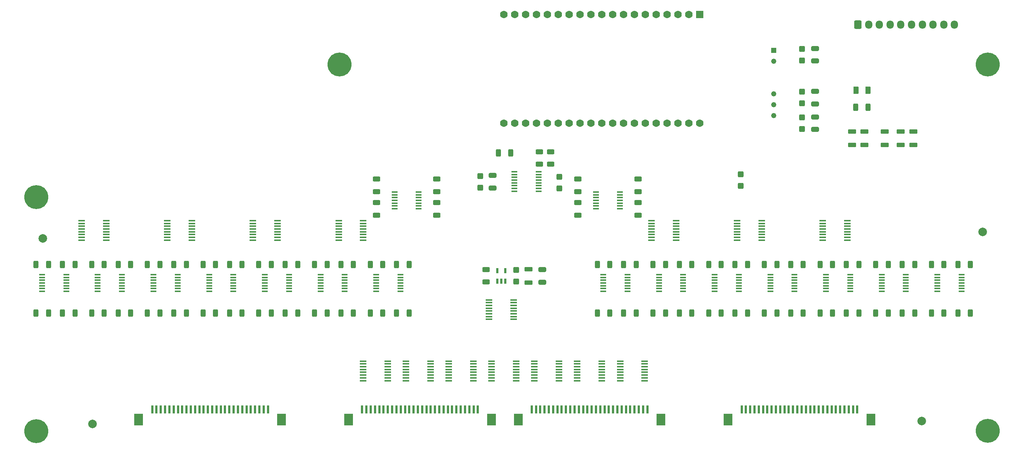
<source format=gbr>
%TF.GenerationSoftware,KiCad,Pcbnew,7.0.2*%
%TF.CreationDate,2023-11-16T12:36:53+05:30*%
%TF.ProjectId,OHM3000_V1.1_ESP,4f484d33-3030-4305-9f56-312e315f4553,rev?*%
%TF.SameCoordinates,Original*%
%TF.FileFunction,Soldermask,Top*%
%TF.FilePolarity,Negative*%
%FSLAX46Y46*%
G04 Gerber Fmt 4.6, Leading zero omitted, Abs format (unit mm)*
G04 Created by KiCad (PCBNEW 7.0.2) date 2023-11-16 12:36:53*
%MOMM*%
%LPD*%
G01*
G04 APERTURE LIST*
G04 Aperture macros list*
%AMRoundRect*
0 Rectangle with rounded corners*
0 $1 Rounding radius*
0 $2 $3 $4 $5 $6 $7 $8 $9 X,Y pos of 4 corners*
0 Add a 4 corners polygon primitive as box body*
4,1,4,$2,$3,$4,$5,$6,$7,$8,$9,$2,$3,0*
0 Add four circle primitives for the rounded corners*
1,1,$1+$1,$2,$3*
1,1,$1+$1,$4,$5*
1,1,$1+$1,$6,$7*
1,1,$1+$1,$8,$9*
0 Add four rect primitives between the rounded corners*
20,1,$1+$1,$2,$3,$4,$5,0*
20,1,$1+$1,$4,$5,$6,$7,0*
20,1,$1+$1,$6,$7,$8,$9,0*
20,1,$1+$1,$8,$9,$2,$3,0*%
G04 Aperture macros list end*
%ADD10RoundRect,0.249999X-0.425001X0.450001X-0.425001X-0.450001X0.425001X-0.450001X0.425001X0.450001X0*%
%ADD11RoundRect,0.250000X-0.600000X-0.725000X0.600000X-0.725000X0.600000X0.725000X-0.600000X0.725000X0*%
%ADD12O,1.700000X1.950000*%
%ADD13R,0.600000X1.900000*%
%ADD14R,2.100000X2.800000*%
%ADD15RoundRect,0.249999X-0.700001X0.275001X-0.700001X-0.275001X0.700001X-0.275001X0.700001X0.275001X0*%
%ADD16R,1.570000X0.410000*%
%ADD17R,0.590000X1.210000*%
%ADD18R,1.473200X0.355600*%
%ADD19RoundRect,0.249999X-0.650001X0.325001X-0.650001X-0.325001X0.650001X-0.325001X0.650001X0.325001X0*%
%ADD20RoundRect,0.249998X0.625002X-0.312502X0.625002X0.312502X-0.625002X0.312502X-0.625002X-0.312502X0*%
%ADD21RoundRect,0.249998X-0.312502X-0.625002X0.312502X-0.625002X0.312502X0.625002X-0.312502X0.625002X0*%
%ADD22RoundRect,0.249998X0.312502X0.625002X-0.312502X0.625002X-0.312502X-0.625002X0.312502X-0.625002X0*%
%ADD23R,1.411199X0.364800*%
%ADD24RoundRect,0.249999X0.700001X-0.275001X0.700001X0.275001X-0.700001X0.275001X-0.700001X-0.275001X0*%
%ADD25R,1.230000X1.230000*%
%ADD26C,1.230000*%
%ADD27RoundRect,0.249999X0.650001X-0.325001X0.650001X0.325001X-0.650001X0.325001X-0.650001X-0.325001X0*%
%ADD28RoundRect,0.249999X0.425001X-0.450001X0.425001X0.450001X-0.425001X0.450001X-0.425001X-0.450001X0*%
%ADD29RoundRect,0.250000X-0.375000X-0.625000X0.375000X-0.625000X0.375000X0.625000X-0.375000X0.625000X0*%
%ADD30C,5.600000*%
%ADD31C,2.000000*%
%ADD32RoundRect,0.250000X0.700000X-0.275000X0.700000X0.275000X-0.700000X0.275000X-0.700000X-0.275000X0*%
%ADD33RoundRect,0.102000X-0.780000X0.780000X-0.780000X-0.780000X0.780000X-0.780000X0.780000X0.780000X0*%
%ADD34C,1.764000*%
G04 APERTURE END LIST*
D10*
%TO.C,CT5*%
X71475000Y36825000D03*
X71475000Y34125000D03*
%TD*%
%TO.C,CT6*%
X63075000Y58775000D03*
X63075000Y56075000D03*
%TD*%
D11*
%TO.C,J6*%
X151235000Y94140000D03*
D12*
X153735000Y94140000D03*
X156235000Y94140000D03*
X158735000Y94140000D03*
X161235000Y94140000D03*
X163735000Y94140000D03*
X166235000Y94140000D03*
X168735000Y94140000D03*
X171235000Y94140000D03*
X173735000Y94140000D03*
%TD*%
D13*
%TO.C,J1*%
X124076000Y4225000D03*
X125076000Y4225000D03*
X126076000Y4225000D03*
X127076000Y4225000D03*
X128076000Y4225000D03*
X129076000Y4225000D03*
X130076000Y4225000D03*
X131076000Y4225000D03*
X132076000Y4225000D03*
X133076000Y4225000D03*
X134076000Y4225000D03*
X135076000Y4225000D03*
X136076000Y4225000D03*
X137076000Y4225000D03*
X138076000Y4225000D03*
X139076000Y4225000D03*
X140076000Y4225000D03*
X141076000Y4225000D03*
X142076000Y4225000D03*
X143076000Y4225000D03*
X144076000Y4225000D03*
X145076000Y4225000D03*
X146076000Y4225000D03*
X147076000Y4225000D03*
X148076000Y4225000D03*
X149076000Y4225000D03*
X150076000Y4225000D03*
X151076000Y4225000D03*
D14*
X154226000Y1875000D03*
X120926000Y1875000D03*
%TD*%
D13*
%TO.C,J2*%
X35501000Y4225000D03*
X36501000Y4225000D03*
X37501000Y4225000D03*
X38501000Y4225000D03*
X39501000Y4225000D03*
X40501000Y4225000D03*
X41501000Y4225000D03*
X42501000Y4225000D03*
X43501000Y4225000D03*
X44501000Y4225000D03*
X45501000Y4225000D03*
X46501000Y4225000D03*
X47501000Y4225000D03*
X48501000Y4225000D03*
X49501000Y4225000D03*
X50501000Y4225000D03*
X51501000Y4225000D03*
X52501000Y4225000D03*
X53501000Y4225000D03*
X54501000Y4225000D03*
X55501000Y4225000D03*
X56501000Y4225000D03*
X57501000Y4225000D03*
X58501000Y4225000D03*
X59501000Y4225000D03*
X60501000Y4225000D03*
X61501000Y4225000D03*
X62501000Y4225000D03*
D14*
X65651000Y1875000D03*
X32351000Y1875000D03*
%TD*%
D13*
%TO.C,J3*%
X75074000Y4225000D03*
X76074000Y4225000D03*
X77074000Y4225000D03*
X78074000Y4225000D03*
X79074000Y4225000D03*
X80074000Y4225000D03*
X81074000Y4225000D03*
X82074000Y4225000D03*
X83074000Y4225000D03*
X84074000Y4225000D03*
X85074000Y4225000D03*
X86074000Y4225000D03*
X87074000Y4225000D03*
X88074000Y4225000D03*
X89074000Y4225000D03*
X90074000Y4225000D03*
X91074000Y4225000D03*
X92074000Y4225000D03*
X93074000Y4225000D03*
X94074000Y4225000D03*
X95074000Y4225000D03*
X96074000Y4225000D03*
X97074000Y4225000D03*
X98074000Y4225000D03*
X99074000Y4225000D03*
X100074000Y4225000D03*
X101074000Y4225000D03*
X102074000Y4225000D03*
D14*
X105224000Y1875000D03*
X71924000Y1875000D03*
%TD*%
D13*
%TO.C,J4*%
X-13500000Y4225000D03*
X-12500000Y4225000D03*
X-11500000Y4225000D03*
X-10500000Y4225000D03*
X-9500000Y4225000D03*
X-8500000Y4225000D03*
X-7500000Y4225000D03*
X-6500000Y4225000D03*
X-5500000Y4225000D03*
X-4500000Y4225000D03*
X-3500000Y4225000D03*
X-2500000Y4225000D03*
X-1500000Y4225000D03*
X-500000Y4225000D03*
X500000Y4225000D03*
X1500000Y4225000D03*
X2500000Y4225000D03*
X3500000Y4225000D03*
X4500000Y4225000D03*
X5500000Y4225000D03*
X6500000Y4225000D03*
X7500000Y4225000D03*
X8500000Y4225000D03*
X9500000Y4225000D03*
X10500000Y4225000D03*
X11500000Y4225000D03*
X12500000Y4225000D03*
X13500000Y4225000D03*
D14*
X16650000Y1875000D03*
X-16650000Y1875000D03*
%TD*%
D15*
%TO.C,L6*%
X74300000Y37025000D03*
X74300000Y33875000D03*
%TD*%
D16*
%TO.C,U15*%
X41447600Y10979000D03*
X41447600Y11629000D03*
X41447600Y12279000D03*
X41447600Y12929000D03*
X41447600Y13579000D03*
X41447600Y14229000D03*
X41447600Y14879000D03*
X41447600Y15529000D03*
X35707600Y15529000D03*
X35707600Y14879000D03*
X35707600Y14229000D03*
X35707600Y13579000D03*
X35707600Y12929000D03*
X35707600Y12279000D03*
X35707600Y11629000D03*
X35707600Y10979000D03*
%TD*%
%TO.C,U16*%
X51447600Y10979000D03*
X51447600Y11629000D03*
X51447600Y12279000D03*
X51447600Y12929000D03*
X51447600Y13579000D03*
X51447600Y14229000D03*
X51447600Y14879000D03*
X51447600Y15529000D03*
X45707600Y15529000D03*
X45707600Y14879000D03*
X45707600Y14229000D03*
X45707600Y13579000D03*
X45707600Y12929000D03*
X45707600Y12279000D03*
X45707600Y11629000D03*
X45707600Y10979000D03*
%TD*%
%TO.C,U17*%
X61447600Y10979000D03*
X61447600Y11629000D03*
X61447600Y12279000D03*
X61447600Y12929000D03*
X61447600Y13579000D03*
X61447600Y14229000D03*
X61447600Y14879000D03*
X61447600Y15529000D03*
X55707600Y15529000D03*
X55707600Y14879000D03*
X55707600Y14229000D03*
X55707600Y13579000D03*
X55707600Y12929000D03*
X55707600Y12279000D03*
X55707600Y11629000D03*
X55707600Y10979000D03*
%TD*%
%TO.C,U18*%
X71447600Y10979000D03*
X71447600Y11629000D03*
X71447600Y12279000D03*
X71447600Y12929000D03*
X71447600Y13579000D03*
X71447600Y14229000D03*
X71447600Y14879000D03*
X71447600Y15529000D03*
X65707600Y15529000D03*
X65707600Y14879000D03*
X65707600Y14229000D03*
X65707600Y13579000D03*
X65707600Y12929000D03*
X65707600Y12279000D03*
X65707600Y11629000D03*
X65707600Y10979000D03*
%TD*%
%TO.C,U19*%
X81447600Y10979000D03*
X81447600Y11629000D03*
X81447600Y12279000D03*
X81447600Y12929000D03*
X81447600Y13579000D03*
X81447600Y14229000D03*
X81447600Y14879000D03*
X81447600Y15529000D03*
X75707600Y15529000D03*
X75707600Y14879000D03*
X75707600Y14229000D03*
X75707600Y13579000D03*
X75707600Y12929000D03*
X75707600Y12279000D03*
X75707600Y11629000D03*
X75707600Y10979000D03*
%TD*%
%TO.C,U20*%
X91447600Y10979000D03*
X91447600Y11629000D03*
X91447600Y12279000D03*
X91447600Y12929000D03*
X91447600Y13579000D03*
X91447600Y14229000D03*
X91447600Y14879000D03*
X91447600Y15529000D03*
X85707600Y15529000D03*
X85707600Y14879000D03*
X85707600Y14229000D03*
X85707600Y13579000D03*
X85707600Y12929000D03*
X85707600Y12279000D03*
X85707600Y11629000D03*
X85707600Y10979000D03*
%TD*%
%TO.C,U21*%
X101447600Y10979000D03*
X101447600Y11629000D03*
X101447600Y12279000D03*
X101447600Y12929000D03*
X101447600Y13579000D03*
X101447600Y14229000D03*
X101447600Y14879000D03*
X101447600Y15529000D03*
X95707600Y15529000D03*
X95707600Y14879000D03*
X95707600Y14229000D03*
X95707600Y13579000D03*
X95707600Y12929000D03*
X95707600Y12279000D03*
X95707600Y11629000D03*
X95707600Y10979000D03*
%TD*%
%TO.C,U22*%
X70870000Y25309400D03*
X70870000Y25959400D03*
X70870000Y26609400D03*
X70870000Y27259400D03*
X70870000Y27909400D03*
X70870000Y28559400D03*
X70870000Y29209400D03*
X70870000Y29859400D03*
X65130000Y29859400D03*
X65130000Y29209400D03*
X65130000Y28559400D03*
X65130000Y27909400D03*
X65130000Y27259400D03*
X65130000Y26609400D03*
X65130000Y25959400D03*
X65130000Y25309400D03*
%TD*%
D17*
%TO.C,U25*%
X67050000Y34203400D03*
X68000000Y34203400D03*
X68950000Y34203400D03*
X68950000Y36713400D03*
X67050000Y36713400D03*
%TD*%
D18*
%TO.C,U1*%
X44421200Y31838900D03*
X44421200Y32499300D03*
X44421200Y33134300D03*
X44421200Y33794700D03*
X44421200Y34455100D03*
X44421200Y35090100D03*
X44421200Y35750500D03*
X38782400Y35750500D03*
X38782400Y35090100D03*
X38782400Y34455100D03*
X38782400Y33794700D03*
X38782400Y33134300D03*
X38782400Y32499300D03*
X38782400Y31838900D03*
%TD*%
%TO.C,U2*%
X31421200Y31838900D03*
X31421200Y32499300D03*
X31421200Y33134300D03*
X31421200Y33794700D03*
X31421200Y34455100D03*
X31421200Y35090100D03*
X31421200Y35750500D03*
X25782400Y35750500D03*
X25782400Y35090100D03*
X25782400Y34455100D03*
X25782400Y33794700D03*
X25782400Y33134300D03*
X25782400Y32499300D03*
X25782400Y31838900D03*
%TD*%
%TO.C,U3*%
X18421200Y31838900D03*
X18421200Y32499300D03*
X18421200Y33134300D03*
X18421200Y33794700D03*
X18421200Y34455100D03*
X18421200Y35090100D03*
X18421200Y35750500D03*
X12782400Y35750500D03*
X12782400Y35090100D03*
X12782400Y34455100D03*
X12782400Y33794700D03*
X12782400Y33134300D03*
X12782400Y32499300D03*
X12782400Y31838900D03*
%TD*%
%TO.C,U4*%
X5421200Y31838900D03*
X5421200Y32499300D03*
X5421200Y33134300D03*
X5421200Y33794700D03*
X5421200Y34455100D03*
X5421200Y35090100D03*
X5421200Y35750500D03*
X-217600Y35750500D03*
X-217600Y35090100D03*
X-217600Y34455100D03*
X-217600Y33794700D03*
X-217600Y33134300D03*
X-217600Y32499300D03*
X-217600Y31838900D03*
%TD*%
%TO.C,U5*%
X-7578800Y31838900D03*
X-7578800Y32499300D03*
X-7578800Y33134300D03*
X-7578800Y33794700D03*
X-7578800Y34455100D03*
X-7578800Y35090100D03*
X-7578800Y35750500D03*
X-13217600Y35750500D03*
X-13217600Y35090100D03*
X-13217600Y34455100D03*
X-13217600Y33794700D03*
X-13217600Y33134300D03*
X-13217600Y32499300D03*
X-13217600Y31838900D03*
%TD*%
%TO.C,U6*%
X-20578800Y31838900D03*
X-20578800Y32499300D03*
X-20578800Y33134300D03*
X-20578800Y33794700D03*
X-20578800Y34455100D03*
X-20578800Y35090100D03*
X-20578800Y35750500D03*
X-26217600Y35750500D03*
X-26217600Y35090100D03*
X-26217600Y34455100D03*
X-26217600Y33794700D03*
X-26217600Y33134300D03*
X-26217600Y32499300D03*
X-26217600Y31838900D03*
%TD*%
%TO.C,U8*%
X91782400Y35750500D03*
X91782400Y35090100D03*
X91782400Y34455100D03*
X91782400Y33794700D03*
X91782400Y33134300D03*
X91782400Y32499300D03*
X91782400Y31838900D03*
X97421200Y31838900D03*
X97421200Y32499300D03*
X97421200Y33134300D03*
X97421200Y33794700D03*
X97421200Y34455100D03*
X97421200Y35090100D03*
X97421200Y35750500D03*
%TD*%
%TO.C,U9*%
X104782400Y35750500D03*
X104782400Y35090100D03*
X104782400Y34455100D03*
X104782400Y33794700D03*
X104782400Y33134300D03*
X104782400Y32499300D03*
X104782400Y31838900D03*
X110421200Y31838900D03*
X110421200Y32499300D03*
X110421200Y33134300D03*
X110421200Y33794700D03*
X110421200Y34455100D03*
X110421200Y35090100D03*
X110421200Y35750500D03*
%TD*%
%TO.C,U10*%
X117782400Y35750500D03*
X117782400Y35090100D03*
X117782400Y34455100D03*
X117782400Y33794700D03*
X117782400Y33134300D03*
X117782400Y32499300D03*
X117782400Y31838900D03*
X123421200Y31838900D03*
X123421200Y32499300D03*
X123421200Y33134300D03*
X123421200Y33794700D03*
X123421200Y34455100D03*
X123421200Y35090100D03*
X123421200Y35750500D03*
%TD*%
%TO.C,U11*%
X130782400Y35750500D03*
X130782400Y35090100D03*
X130782400Y34455100D03*
X130782400Y33794700D03*
X130782400Y33134300D03*
X130782400Y32499300D03*
X130782400Y31838900D03*
X136421200Y31838900D03*
X136421200Y32499300D03*
X136421200Y33134300D03*
X136421200Y33794700D03*
X136421200Y34455100D03*
X136421200Y35090100D03*
X136421200Y35750500D03*
%TD*%
%TO.C,U12*%
X143782400Y35750500D03*
X143782400Y35090100D03*
X143782400Y34455100D03*
X143782400Y33794700D03*
X143782400Y33134300D03*
X143782400Y32499300D03*
X143782400Y31838900D03*
X149421200Y31838900D03*
X149421200Y32499300D03*
X149421200Y33134300D03*
X149421200Y33794700D03*
X149421200Y34455100D03*
X149421200Y35090100D03*
X149421200Y35750500D03*
%TD*%
%TO.C,U13*%
X156782400Y35750500D03*
X156782400Y35090100D03*
X156782400Y34455100D03*
X156782400Y33794700D03*
X156782400Y33134300D03*
X156782400Y32499300D03*
X156782400Y31838900D03*
X162421200Y31838900D03*
X162421200Y32499300D03*
X162421200Y33134300D03*
X162421200Y33794700D03*
X162421200Y34455100D03*
X162421200Y35090100D03*
X162421200Y35750500D03*
%TD*%
D16*
%TO.C,U29*%
X30005000Y48375000D03*
X30005000Y47725000D03*
X30005000Y47075000D03*
X30005000Y46425000D03*
X30005000Y45775000D03*
X30005000Y45125000D03*
X30005000Y44475000D03*
X30005000Y43825000D03*
X35745000Y43825000D03*
X35745000Y44475000D03*
X35745000Y45125000D03*
X35745000Y45775000D03*
X35745000Y46425000D03*
X35745000Y47075000D03*
X35745000Y47725000D03*
X35745000Y48375000D03*
%TD*%
%TO.C,U30*%
X10005000Y48375000D03*
X10005000Y47725000D03*
X10005000Y47075000D03*
X10005000Y46425000D03*
X10005000Y45775000D03*
X10005000Y45125000D03*
X10005000Y44475000D03*
X10005000Y43825000D03*
X15745000Y43825000D03*
X15745000Y44475000D03*
X15745000Y45125000D03*
X15745000Y45775000D03*
X15745000Y46425000D03*
X15745000Y47075000D03*
X15745000Y47725000D03*
X15745000Y48375000D03*
%TD*%
%TO.C,U31*%
X-9995000Y48375000D03*
X-9995000Y47725000D03*
X-9995000Y47075000D03*
X-9995000Y46425000D03*
X-9995000Y45775000D03*
X-9995000Y45125000D03*
X-9995000Y44475000D03*
X-9995000Y43825000D03*
X-4255000Y43825000D03*
X-4255000Y44475000D03*
X-4255000Y45125000D03*
X-4255000Y45775000D03*
X-4255000Y46425000D03*
X-4255000Y47075000D03*
X-4255000Y47725000D03*
X-4255000Y48375000D03*
%TD*%
%TO.C,U32*%
X-29995000Y48375000D03*
X-29995000Y47725000D03*
X-29995000Y47075000D03*
X-29995000Y46425000D03*
X-29995000Y45775000D03*
X-29995000Y45125000D03*
X-29995000Y44475000D03*
X-29995000Y43825000D03*
X-24255000Y43825000D03*
X-24255000Y44475000D03*
X-24255000Y45125000D03*
X-24255000Y45775000D03*
X-24255000Y46425000D03*
X-24255000Y47075000D03*
X-24255000Y47725000D03*
X-24255000Y48375000D03*
%TD*%
%TO.C,U33*%
X103005000Y48375000D03*
X103005000Y47725000D03*
X103005000Y47075000D03*
X103005000Y46425000D03*
X103005000Y45775000D03*
X103005000Y45125000D03*
X103005000Y44475000D03*
X103005000Y43825000D03*
X108745000Y43825000D03*
X108745000Y44475000D03*
X108745000Y45125000D03*
X108745000Y45775000D03*
X108745000Y46425000D03*
X108745000Y47075000D03*
X108745000Y47725000D03*
X108745000Y48375000D03*
%TD*%
%TO.C,U35*%
X143005000Y48375000D03*
X143005000Y47725000D03*
X143005000Y47075000D03*
X143005000Y46425000D03*
X143005000Y45775000D03*
X143005000Y45125000D03*
X143005000Y44475000D03*
X143005000Y43825000D03*
X148745000Y43825000D03*
X148745000Y44475000D03*
X148745000Y45125000D03*
X148745000Y45775000D03*
X148745000Y46425000D03*
X148745000Y47075000D03*
X148745000Y47725000D03*
X148745000Y48375000D03*
%TD*%
D19*
%TO.C,DC51*%
X77575000Y36950000D03*
X77575000Y34000000D03*
%TD*%
%TO.C,DC45*%
X65950000Y58925000D03*
X65950000Y55975000D03*
%TD*%
D20*
%TO.C,R57*%
X64450000Y34037500D03*
X64450000Y36962500D03*
%TD*%
D21*
%TO.C,R2*%
X43531340Y38125400D03*
X46456340Y38125400D03*
%TD*%
D22*
%TO.C,R3*%
X40299380Y38125400D03*
X37374380Y38125400D03*
%TD*%
D21*
%TO.C,R6*%
X30531340Y38125400D03*
X33456340Y38125400D03*
%TD*%
D22*
%TO.C,R8*%
X27299380Y26781760D03*
X24374380Y26781760D03*
%TD*%
D21*
%TO.C,R10*%
X17531340Y38125400D03*
X20456340Y38125400D03*
%TD*%
D22*
%TO.C,R11*%
X14299380Y38125400D03*
X11374380Y38125400D03*
%TD*%
%TO.C,R12*%
X14299380Y26781760D03*
X11374380Y26781760D03*
%TD*%
D21*
%TO.C,R13*%
X4531340Y26781760D03*
X7456340Y26781760D03*
%TD*%
D22*
%TO.C,R15*%
X1299380Y38125400D03*
X-1625620Y38125400D03*
%TD*%
%TO.C,R16*%
X1299380Y26781760D03*
X-1625620Y26781760D03*
%TD*%
D21*
%TO.C,R17*%
X-8468660Y26781760D03*
X-5543660Y26781760D03*
%TD*%
%TO.C,R18*%
X-8468660Y38125400D03*
X-5543660Y38125400D03*
%TD*%
D22*
%TO.C,R19*%
X-11700620Y38125400D03*
X-14625620Y38125400D03*
%TD*%
%TO.C,R20*%
X-11700620Y26781760D03*
X-14625620Y26781760D03*
%TD*%
D21*
%TO.C,R21*%
X-21468660Y26781760D03*
X-18543660Y26781760D03*
%TD*%
%TO.C,R22*%
X-21468660Y38125400D03*
X-18543660Y38125400D03*
%TD*%
D22*
%TO.C,R23*%
X-24700620Y38125400D03*
X-27625620Y38125400D03*
%TD*%
%TO.C,R24*%
X-24700620Y26781760D03*
X-27625620Y26781760D03*
%TD*%
D21*
%TO.C,R25*%
X-34468660Y26781760D03*
X-31543660Y26781760D03*
%TD*%
%TO.C,R26*%
X-34468660Y38125400D03*
X-31543660Y38125400D03*
%TD*%
D22*
%TO.C,R27*%
X-37700620Y38125400D03*
X-40625620Y38125400D03*
%TD*%
%TO.C,R28*%
X-37700620Y26781760D03*
X-40625620Y26781760D03*
%TD*%
%TO.C,R29*%
X93299380Y38125400D03*
X90374380Y38125400D03*
%TD*%
%TO.C,R30*%
X93299380Y26781760D03*
X90374380Y26781760D03*
%TD*%
D21*
%TO.C,R31*%
X96531340Y26781760D03*
X99456340Y26781760D03*
%TD*%
%TO.C,R32*%
X96531340Y38125400D03*
X99456340Y38125400D03*
%TD*%
D22*
%TO.C,R33*%
X106299380Y38125400D03*
X103374380Y38125400D03*
%TD*%
%TO.C,R34*%
X106299380Y26781760D03*
X103374380Y26781760D03*
%TD*%
D21*
%TO.C,R35*%
X109531340Y26781760D03*
X112456340Y26781760D03*
%TD*%
%TO.C,R36*%
X109531340Y38125400D03*
X112456340Y38125400D03*
%TD*%
D22*
%TO.C,R37*%
X119299380Y38125400D03*
X116374380Y38125400D03*
%TD*%
%TO.C,R38*%
X119299380Y26781760D03*
X116374380Y26781760D03*
%TD*%
D21*
%TO.C,R39*%
X122531340Y26781760D03*
X125456340Y26781760D03*
%TD*%
%TO.C,R40*%
X122531340Y38125400D03*
X125456340Y38125400D03*
%TD*%
D22*
%TO.C,R41*%
X132299380Y38125400D03*
X129374380Y38125400D03*
%TD*%
%TO.C,R42*%
X132299380Y26781760D03*
X129374380Y26781760D03*
%TD*%
D21*
%TO.C,R43*%
X135531340Y26781760D03*
X138456340Y26781760D03*
%TD*%
%TO.C,R44*%
X135531340Y38125400D03*
X138456340Y38125400D03*
%TD*%
D22*
%TO.C,R45*%
X145299380Y38125400D03*
X142374380Y38125400D03*
%TD*%
%TO.C,R46*%
X145299380Y26781760D03*
X142374380Y26781760D03*
%TD*%
D21*
%TO.C,R47*%
X148531340Y26781760D03*
X151456340Y26781760D03*
%TD*%
%TO.C,R48*%
X148531340Y38125400D03*
X151456340Y38125400D03*
%TD*%
D22*
%TO.C,R49*%
X158299380Y38125400D03*
X155374380Y38125400D03*
%TD*%
%TO.C,R50*%
X158299380Y26781760D03*
X155374380Y26781760D03*
%TD*%
D21*
%TO.C,R51*%
X161531340Y26781760D03*
X164456340Y26781760D03*
%TD*%
%TO.C,R52*%
X161531340Y38125400D03*
X164456340Y38125400D03*
%TD*%
D22*
%TO.C,R53*%
X171299380Y38125400D03*
X168374380Y38125400D03*
%TD*%
%TO.C,R54*%
X171299380Y26781760D03*
X168374380Y26781760D03*
%TD*%
D21*
%TO.C,R55*%
X174531340Y26781760D03*
X177456340Y26781760D03*
%TD*%
%TO.C,R56*%
X174531340Y38125400D03*
X177456340Y38125400D03*
%TD*%
D20*
%TO.C,R58*%
X76850000Y61562500D03*
X76850000Y64487500D03*
%TD*%
%TO.C,R60*%
X79500000Y61537500D03*
X79500000Y64462500D03*
%TD*%
D18*
%TO.C,U14*%
X169782400Y35750500D03*
X169782400Y35090100D03*
X169782400Y34455100D03*
X169782400Y33794700D03*
X169782400Y33134300D03*
X169782400Y32499300D03*
X169782400Y31838900D03*
X175421200Y31838900D03*
X175421200Y32499300D03*
X175421200Y33134300D03*
X175421200Y33794700D03*
X175421200Y34455100D03*
X175421200Y35090100D03*
X175421200Y35750500D03*
%TD*%
D21*
%TO.C,R14*%
X4531340Y38125400D03*
X7456340Y38125400D03*
%TD*%
D22*
%TO.C,R4*%
X40299380Y26781760D03*
X37374380Y26781760D03*
%TD*%
D21*
%TO.C,R5*%
X30531340Y26781760D03*
X33456340Y26781760D03*
%TD*%
D22*
%TO.C,R7*%
X27299380Y38125400D03*
X24374380Y38125400D03*
%TD*%
D21*
%TO.C,R1*%
X43531340Y26781760D03*
X46456340Y26781760D03*
%TD*%
%TO.C,R9*%
X17531340Y26781760D03*
X20456340Y26781760D03*
%TD*%
D18*
%TO.C,U7*%
X-33578800Y31838900D03*
X-33578800Y32499300D03*
X-33578800Y33134300D03*
X-33578800Y33794700D03*
X-33578800Y34455100D03*
X-33578800Y35090100D03*
X-33578800Y35750500D03*
X-39217600Y35750500D03*
X-39217600Y35090100D03*
X-39217600Y34455100D03*
X-39217600Y33794700D03*
X-39217600Y33134300D03*
X-39217600Y32499300D03*
X-39217600Y31838900D03*
%TD*%
D16*
%TO.C,U34*%
X123005000Y48375000D03*
X123005000Y47725000D03*
X123005000Y47075000D03*
X123005000Y46425000D03*
X123005000Y45775000D03*
X123005000Y45125000D03*
X123005000Y44475000D03*
X123005000Y43825000D03*
X128745000Y43825000D03*
X128745000Y44475000D03*
X128745000Y45125000D03*
X128745000Y45775000D03*
X128745000Y46425000D03*
X128745000Y47075000D03*
X128745000Y47725000D03*
X128745000Y48375000D03*
%TD*%
D22*
%TO.C,R59*%
X70212500Y64225000D03*
X67287500Y64225000D03*
%TD*%
D20*
%TO.C,R61*%
X38875000Y55137500D03*
X38875000Y58062500D03*
%TD*%
%TO.C,R62*%
X85875000Y55137500D03*
X85875000Y58062500D03*
%TD*%
%TO.C,R63*%
X38875000Y49637500D03*
X38875000Y52562500D03*
%TD*%
%TO.C,R64*%
X85875000Y49637500D03*
X85875000Y52562500D03*
%TD*%
%TO.C,R67*%
X52875000Y49637500D03*
X52875000Y52562500D03*
%TD*%
%TO.C,R68*%
X99875000Y49637500D03*
X99875000Y52562500D03*
%TD*%
%TO.C,R71*%
X52875000Y55137500D03*
X52875000Y58062500D03*
%TD*%
%TO.C,R72*%
X99875000Y55137500D03*
X99875000Y58062500D03*
%TD*%
D10*
%TO.C,CT7*%
X81500000Y58575000D03*
X81500000Y55875000D03*
%TD*%
D23*
%TO.C,U28*%
X71030200Y59799999D03*
X71030200Y59150001D03*
X71030200Y58499999D03*
X71030200Y57850001D03*
X71030200Y57200002D03*
X71030200Y56550001D03*
X71030200Y55900002D03*
X71030200Y55250001D03*
X76719800Y55250001D03*
X76719800Y55899999D03*
X76719800Y56550001D03*
X76719800Y57199999D03*
X76719800Y57849998D03*
X76719800Y58499999D03*
X76719800Y59149998D03*
X76719800Y59799999D03*
%TD*%
D18*
%TO.C,U27*%
X90055600Y55055800D03*
X90055600Y54395400D03*
X90055600Y53760400D03*
X90055600Y53100000D03*
X90055600Y52439600D03*
X90055600Y51804600D03*
X90055600Y51144200D03*
X95694400Y51144200D03*
X95694400Y51804600D03*
X95694400Y52439600D03*
X95694400Y53100000D03*
X95694400Y53760400D03*
X95694400Y54395400D03*
X95694400Y55055800D03*
%TD*%
%TO.C,U26*%
X43055600Y55055800D03*
X43055600Y54395400D03*
X43055600Y53760400D03*
X43055600Y53100000D03*
X43055600Y52439600D03*
X43055600Y51804600D03*
X43055600Y51144200D03*
X48694400Y51144200D03*
X48694400Y51804600D03*
X48694400Y52439600D03*
X48694400Y53100000D03*
X48694400Y53760400D03*
X48694400Y54395400D03*
X48694400Y55055800D03*
%TD*%
D24*
%TO.C,L1*%
X164160000Y66065000D03*
X164160000Y69215000D03*
%TD*%
D15*
%TO.C,L2*%
X161160000Y69215000D03*
X161160000Y66065000D03*
%TD*%
%TO.C,L4*%
X149860000Y69190000D03*
X149860000Y66040000D03*
%TD*%
%TO.C,L5*%
X152760000Y69165000D03*
X152760000Y66015000D03*
%TD*%
D25*
%TO.C,PS1*%
X131540000Y88115000D03*
D26*
X131540000Y85575000D03*
X131540000Y77955000D03*
X131540000Y75415000D03*
X131540000Y72875000D03*
%TD*%
D27*
%TO.C,DC49*%
X141185000Y75665000D03*
X141185000Y78615000D03*
%TD*%
D28*
%TO.C,CT2*%
X138185000Y69790000D03*
X138185000Y72490000D03*
%TD*%
%TO.C,CT4*%
X123875000Y56500000D03*
X123875000Y59200000D03*
%TD*%
D10*
%TO.C,CT1*%
X138185000Y88490000D03*
X138185000Y85790000D03*
%TD*%
D28*
%TO.C,CT3*%
X138185000Y75790000D03*
X138185000Y78490000D03*
%TD*%
D27*
%TO.C,DC48*%
X141185000Y69665000D03*
X141185000Y72615000D03*
%TD*%
D19*
%TO.C,DC47*%
X141185000Y88615000D03*
X141185000Y85665000D03*
%TD*%
D22*
%TO.C,R85*%
X153597500Y74840000D03*
X150672500Y74840000D03*
%TD*%
D29*
%TO.C,D1*%
X150785000Y78815000D03*
X153585000Y78815000D03*
%TD*%
D30*
%TO.C,H1*%
X-40540000Y53900000D03*
%TD*%
%TO.C,H2*%
X181500000Y84850000D03*
%TD*%
%TO.C,H3*%
X-40530000Y-838000D03*
%TD*%
%TO.C,H4*%
X181500000Y-780000D03*
%TD*%
D31*
%TO.C,FID1*%
X-27432000Y889000D03*
%TD*%
%TO.C,FID2*%
X166116000Y1524000D03*
%TD*%
%TO.C,FID3*%
X-39050000Y44240000D03*
%TD*%
%TO.C,FID4*%
X180340000Y45720000D03*
%TD*%
D32*
%TO.C,L3*%
X157480000Y66040000D03*
X157480000Y69190000D03*
%TD*%
D30*
%TO.C,H5*%
X30250000Y84850000D03*
%TD*%
D33*
%TO.C,U24*%
X114300000Y96520000D03*
D34*
X111760000Y96520000D03*
X109220000Y96520000D03*
X106680000Y96520000D03*
X104140000Y96520000D03*
X101600000Y96520000D03*
X99060000Y96520000D03*
X96520000Y96520000D03*
X93980000Y96520000D03*
X91440000Y96520000D03*
X88900000Y96520000D03*
X86360000Y96520000D03*
X83820000Y96520000D03*
X81280000Y96520000D03*
X78740000Y96520000D03*
X76200000Y96520000D03*
X73660000Y96520000D03*
X71120000Y96520000D03*
X68580000Y96520000D03*
X114300000Y71120000D03*
X111760000Y71120000D03*
X109220000Y71120000D03*
X106680000Y71120000D03*
X104140000Y71120000D03*
X101600000Y71120000D03*
X99060000Y71120000D03*
X96520000Y71120000D03*
X93980000Y71120000D03*
X91440000Y71120000D03*
X88900000Y71120000D03*
X86360000Y71120000D03*
X83820000Y71120000D03*
X81280000Y71120000D03*
X78740000Y71120000D03*
X76200000Y71120000D03*
X73660000Y71120000D03*
X71120000Y71120000D03*
X68580000Y71120000D03*
%TD*%
M02*

</source>
